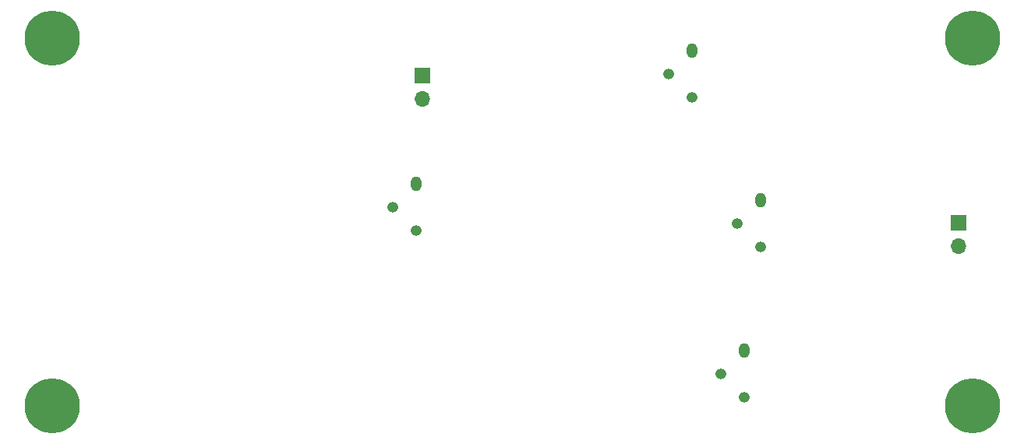
<source format=gbr>
%TF.GenerationSoftware,KiCad,Pcbnew,8.0.5*%
%TF.CreationDate,2024-10-13T18:39:00+03:00*%
%TF.ProjectId,proect,70726f65-6374-42e6-9b69-6361645f7063,rev?*%
%TF.SameCoordinates,Original*%
%TF.FileFunction,Copper,L2,Bot*%
%TF.FilePolarity,Positive*%
%FSLAX46Y46*%
G04 Gerber Fmt 4.6, Leading zero omitted, Abs format (unit mm)*
G04 Created by KiCad (PCBNEW 8.0.5) date 2024-10-13 18:39:00*
%MOMM*%
%LPD*%
G01*
G04 APERTURE LIST*
%TA.AperFunction,ComponentPad*%
%ADD10O,1.200000X1.600000*%
%TD*%
%TA.AperFunction,ComponentPad*%
%ADD11O,1.200000X1.200000*%
%TD*%
%TA.AperFunction,ComponentPad*%
%ADD12C,0.800000*%
%TD*%
%TA.AperFunction,ComponentPad*%
%ADD13C,6.000000*%
%TD*%
%TA.AperFunction,ComponentPad*%
%ADD14R,1.700000X1.700000*%
%TD*%
%TA.AperFunction,ComponentPad*%
%ADD15O,1.700000X1.700000*%
%TD*%
G04 APERTURE END LIST*
D10*
%TO.P,Q4,1,E*%
%TO.N,-9V*%
X81800000Y-39060000D03*
D11*
%TO.P,Q4,2,B*%
%TO.N,Net-(Q4-B)*%
X79260000Y-41600000D03*
%TO.P,Q4,3,C*%
%TO.N,Net-(Q4-C)*%
X81800000Y-44140000D03*
%TD*%
D10*
%TO.P,Q3,1,E*%
%TO.N,-9V*%
X83600000Y-22760000D03*
D11*
%TO.P,Q3,2,B*%
%TO.N,Net-(Q3-B)*%
X81060000Y-25300000D03*
%TO.P,Q3,3,C*%
%TO.N,Net-(Q3-C)*%
X83600000Y-27840000D03*
%TD*%
D10*
%TO.P,Q2,1,E*%
%TO.N,-9V*%
X76100000Y-6460000D03*
D11*
%TO.P,Q2,2,B*%
%TO.N,Net-(Q2-B)*%
X73560000Y-9000000D03*
%TO.P,Q2,3,C*%
%TO.N,Net-(Q2-C)*%
X76100000Y-11540000D03*
%TD*%
D10*
%TO.P,Q1,1,E*%
%TO.N,-9V*%
X46200000Y-20960000D03*
D11*
%TO.P,Q1,2,B*%
%TO.N,Net-(Q1-B)*%
X43660000Y-23500000D03*
%TO.P,Q1,3,C*%
%TO.N,Net-(Q1-C)*%
X46200000Y-26040000D03*
%TD*%
D12*
%TO.P,J7,1,Pin_1*%
%TO.N,GND*%
X4350000Y-5100000D03*
X5009010Y-3509010D03*
X5009010Y-6690990D03*
X6600000Y-2850000D03*
D13*
X6600000Y-5100000D03*
D12*
X6600000Y-7350000D03*
X8190990Y-3509010D03*
X8190990Y-6690990D03*
X8850000Y-5100000D03*
%TD*%
%TO.P,J6,1,Pin_1*%
%TO.N,GND*%
X4350000Y-45100000D03*
X5009010Y-43509010D03*
X5009010Y-46690990D03*
X6600000Y-42850000D03*
D13*
X6600000Y-45100000D03*
D12*
X6600000Y-47350000D03*
X8190990Y-43509010D03*
X8190990Y-46690990D03*
X8850000Y-45100000D03*
%TD*%
%TO.P,J5,1,Pin_1*%
%TO.N,GND*%
X104350000Y-5100000D03*
X105009010Y-3509010D03*
X105009010Y-6690990D03*
X106600000Y-2850000D03*
D13*
X106600000Y-5100000D03*
D12*
X106600000Y-7350000D03*
X108190990Y-3509010D03*
X108190990Y-6690990D03*
X108850000Y-5100000D03*
%TD*%
%TO.P,J4,1,Pin_1*%
%TO.N,GND*%
X104350000Y-45100000D03*
X105009010Y-43509010D03*
X105009010Y-46690990D03*
X106600000Y-42850000D03*
D13*
X106600000Y-45100000D03*
D12*
X106600000Y-47350000D03*
X108190990Y-43509010D03*
X108190990Y-46690990D03*
X108850000Y-45100000D03*
%TD*%
D14*
%TO.P,J3,1,Pin_1*%
%TO.N,GND*%
X46800000Y-9225000D03*
D15*
%TO.P,J3,2,Pin_2*%
%TO.N,-9V*%
X46800000Y-11765000D03*
%TD*%
D14*
%TO.P,J2,1,Pin_1*%
%TO.N,GND*%
X105100000Y-25225000D03*
D15*
%TO.P,J2,2,Pin_2*%
%TO.N,+9V*%
X105100000Y-27765000D03*
%TD*%
M02*

</source>
